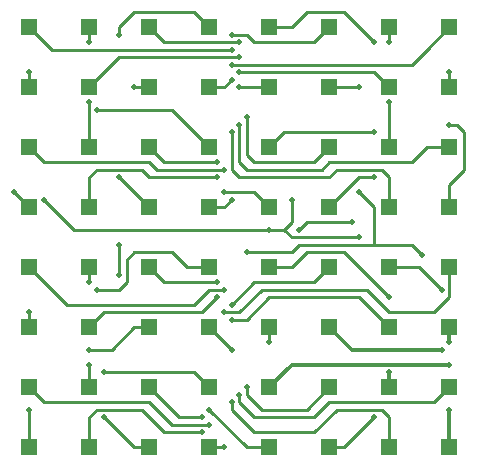
<source format=gbl>
G04 #@! TF.FileFunction,Copper,L2,Bot,Signal*
%FSLAX46Y46*%
G04 Gerber Fmt 4.6, Leading zero omitted, Abs format (unit mm)*
G04 Created by KiCad (PCBNEW (2015-11-29 BZR 6336)-product) date vrijdag 15 april 2016 20:54:22*
%MOMM*%
G01*
G04 APERTURE LIST*
%ADD10C,0.100000*%
%ADD11R,1.470000X1.470000*%
%ADD12C,0.508000*%
%ADD13C,0.254000*%
%ADD14C,0.304800*%
G04 APERTURE END LIST*
D10*
D11*
X134620000Y-83820000D03*
X139700000Y-83820000D03*
X144780000Y-83820000D03*
X149860000Y-83820000D03*
X154940000Y-83820000D03*
X160020000Y-83820000D03*
X165100000Y-83820000D03*
X170180000Y-83820000D03*
X134620000Y-88900000D03*
X139700000Y-88900000D03*
X144780000Y-88900000D03*
X149860000Y-88900000D03*
X154940000Y-88900000D03*
X160020000Y-88900000D03*
X165100000Y-88900000D03*
X170180000Y-88900000D03*
X134620000Y-93980000D03*
X139700000Y-93980000D03*
X144780000Y-93980000D03*
X149860000Y-93980000D03*
X154940000Y-93980000D03*
X160020000Y-93980000D03*
X165100000Y-93980000D03*
X170180000Y-93980000D03*
X134620000Y-99060000D03*
X139700000Y-99060000D03*
X144780000Y-99060000D03*
X149860000Y-99060000D03*
X154940000Y-99060000D03*
X160020000Y-99060000D03*
X165100000Y-99060000D03*
X170180000Y-99060000D03*
X134620000Y-104140000D03*
X139700000Y-104140000D03*
X144780000Y-104140000D03*
X149860000Y-104140000D03*
X154940000Y-104140000D03*
X160020000Y-104140000D03*
X165100000Y-104140000D03*
X170180000Y-104140000D03*
X134620000Y-109220000D03*
X139700000Y-109220000D03*
X144780000Y-109220000D03*
X149860000Y-109220000D03*
X154940000Y-109220000D03*
X160020000Y-109220000D03*
X165100000Y-109220000D03*
X170180000Y-109220000D03*
X134620000Y-114300000D03*
X139700000Y-114300000D03*
X144780000Y-114300000D03*
X149860000Y-114300000D03*
X154940000Y-114300000D03*
X160020000Y-114300000D03*
X165100000Y-114300000D03*
X170180000Y-114300000D03*
X134620000Y-119380000D03*
X139700000Y-119380000D03*
X144780000Y-119380000D03*
X149860000Y-119380000D03*
X154940000Y-119380000D03*
X160020000Y-119380000D03*
X165100000Y-119380000D03*
X170180000Y-119380000D03*
D12*
X151765000Y-85725000D03*
X139700000Y-85090000D03*
X152400000Y-85090000D03*
X142240000Y-84455000D03*
X163830000Y-85090000D03*
X151765000Y-84455000D03*
X165100000Y-85090000D03*
X151765000Y-86995000D03*
X134620000Y-87630000D03*
X152400000Y-86360000D03*
X143510000Y-88900000D03*
X151765000Y-88265000D03*
X152400000Y-88900000D03*
X162560000Y-88900000D03*
X152400000Y-87630000D03*
X170180000Y-87630000D03*
X151130000Y-95885000D03*
X139700000Y-90170000D03*
X150495000Y-95250000D03*
X140335000Y-90805000D03*
X163830000Y-92710000D03*
X153035000Y-91440000D03*
X165100000Y-90170000D03*
X152400000Y-92075000D03*
X133350000Y-97790000D03*
X150495000Y-96520000D03*
X142240000Y-96520000D03*
X151765000Y-98425000D03*
X151130000Y-97790000D03*
X163830000Y-96520000D03*
X151765000Y-92710000D03*
X170180000Y-92075000D03*
X151130000Y-106045000D03*
X139700000Y-105410000D03*
X150495000Y-105410000D03*
X140335000Y-106045000D03*
X165100000Y-106680000D03*
X151765000Y-107315000D03*
X169545000Y-106045000D03*
X151130000Y-107950000D03*
X134620000Y-107950000D03*
X150495000Y-106680000D03*
X139700000Y-111125000D03*
X151765000Y-111125000D03*
X154940000Y-110490000D03*
X169545000Y-111125000D03*
X151765000Y-108585000D03*
X170180000Y-110490000D03*
X149860000Y-117475000D03*
X139700000Y-112395000D03*
X149225000Y-116840000D03*
X140970000Y-113030000D03*
X170180000Y-112395000D03*
X153035000Y-114300000D03*
X165100000Y-113030000D03*
X152400000Y-114935000D03*
X134620000Y-116205000D03*
X149225000Y-118110000D03*
X140970000Y-116840000D03*
X151130000Y-119380000D03*
X149860000Y-116205000D03*
X163830000Y-116840000D03*
X151765000Y-115570000D03*
X170180000Y-116205000D03*
X162560000Y-101600000D03*
X154940000Y-100965000D03*
X135890000Y-98425000D03*
X156845000Y-98425000D03*
X162560000Y-97790000D03*
X167894000Y-103124000D03*
X153035000Y-102870000D03*
X142240000Y-102235000D03*
X142240000Y-104775000D03*
X157480000Y-100965000D03*
X161925000Y-100330000D03*
D13*
X136525000Y-85725000D02*
X151765000Y-85725000D01*
X134620000Y-83820000D02*
X136525000Y-85725000D01*
X139700000Y-83820000D02*
X139700000Y-85090000D01*
X146050000Y-85090000D02*
X152400000Y-85090000D01*
X144780000Y-83820000D02*
X146050000Y-85090000D01*
X142240000Y-83820000D02*
X142240000Y-84455000D01*
X143510000Y-82550000D02*
X142240000Y-83820000D01*
X148590000Y-82550000D02*
X143510000Y-82550000D01*
X149860000Y-83820000D02*
X148590000Y-82550000D01*
X158115000Y-82550000D02*
X161290000Y-82550000D01*
X161290000Y-82550000D02*
X163830000Y-85090000D01*
X156845000Y-83820000D02*
X158115000Y-82550000D01*
X154940000Y-83820000D02*
X156845000Y-83820000D01*
X151765000Y-84455000D02*
X153035000Y-84455000D01*
X153035000Y-84455000D02*
X153670000Y-85090000D01*
X158750000Y-85090000D02*
X153670000Y-85090000D01*
X160020000Y-83820000D02*
X158750000Y-85090000D01*
X165100000Y-83820000D02*
X165100000Y-85090000D01*
X151765000Y-86995000D02*
X167005000Y-86995000D01*
X167005000Y-86995000D02*
X168275000Y-85725000D01*
X168275000Y-85725000D02*
X170180000Y-83820000D01*
X134620000Y-88900000D02*
X134620000Y-87630000D01*
X142240000Y-86360000D02*
X152400000Y-86360000D01*
X139700000Y-88900000D02*
X142240000Y-86360000D01*
X144780000Y-88900000D02*
X143510000Y-88900000D01*
X149860000Y-88900000D02*
X151130000Y-88900000D01*
X151130000Y-88900000D02*
X151765000Y-88265000D01*
X154940000Y-88900000D02*
X152400000Y-88900000D01*
X160020000Y-88900000D02*
X162560000Y-88900000D01*
X152400000Y-87630000D02*
X163830000Y-87630000D01*
X163830000Y-87630000D02*
X165100000Y-88900000D01*
X170180000Y-88900000D02*
X170180000Y-87630000D01*
X134620000Y-93980000D02*
X135890000Y-95250000D01*
X145415000Y-95885000D02*
X149225000Y-95885000D01*
X135890000Y-95250000D02*
X144780000Y-95250000D01*
X144780000Y-95250000D02*
X145415000Y-95885000D01*
X149225000Y-95885000D02*
X151130000Y-95885000D01*
X139700000Y-93980000D02*
X139700000Y-90170000D01*
X149225000Y-95250000D02*
X150495000Y-95250000D01*
X146050000Y-95250000D02*
X149225000Y-95250000D01*
X144780000Y-93980000D02*
X146050000Y-95250000D01*
X149860000Y-93980000D02*
X146685000Y-90805000D01*
X146685000Y-90805000D02*
X140335000Y-90805000D01*
X154940000Y-93980000D02*
X156210000Y-92710000D01*
X156210000Y-92710000D02*
X163830000Y-92710000D01*
X153035000Y-91440000D02*
X153035000Y-92075000D01*
X153035000Y-93980000D02*
X153035000Y-92075000D01*
X153035000Y-94615000D02*
X153035000Y-93980000D01*
X153670000Y-95250000D02*
X153035000Y-94615000D01*
X155575000Y-95250000D02*
X153670000Y-95250000D01*
X158750000Y-95250000D02*
X155575000Y-95250000D01*
X160020000Y-93980000D02*
X158750000Y-95250000D01*
X165100000Y-93980000D02*
X165100000Y-90170000D01*
X153035000Y-95885000D02*
X159385000Y-95885000D01*
X167005000Y-95250000D02*
X160020000Y-95250000D01*
X160020000Y-95250000D02*
X159385000Y-95885000D01*
X168275000Y-93980000D02*
X167005000Y-95250000D01*
X170180000Y-93980000D02*
X168275000Y-93980000D01*
X152400000Y-92075000D02*
X152400000Y-95250000D01*
X152400000Y-95250000D02*
X153035000Y-95885000D01*
X134620000Y-99060000D02*
X133350000Y-97790000D01*
X144780000Y-96520000D02*
X150495000Y-96520000D01*
X140335000Y-95885000D02*
X144145000Y-95885000D01*
X144145000Y-95885000D02*
X144780000Y-96520000D01*
X139700000Y-96520000D02*
X140335000Y-95885000D01*
X139700000Y-99060000D02*
X139700000Y-96520000D01*
X144780000Y-99060000D02*
X142240000Y-96520000D01*
X151130000Y-99060000D02*
X151765000Y-98425000D01*
X149860000Y-99060000D02*
X151130000Y-99060000D01*
X154940000Y-99060000D02*
X153670000Y-97790000D01*
X151130000Y-97790000D02*
X153670000Y-97790000D01*
X162560000Y-96520000D02*
X163830000Y-96520000D01*
X160020000Y-99060000D02*
X162560000Y-96520000D01*
X160020000Y-96520000D02*
X152400000Y-96520000D01*
X160655000Y-95885000D02*
X160020000Y-96520000D01*
X164465000Y-95885000D02*
X160655000Y-95885000D01*
X165100000Y-96520000D02*
X164465000Y-95885000D01*
X165100000Y-99060000D02*
X165100000Y-96520000D01*
X151765000Y-95885000D02*
X151765000Y-93345000D01*
X151765000Y-93345000D02*
X151765000Y-92710000D01*
X152400000Y-96520000D02*
X151765000Y-95885000D01*
X170815000Y-92075000D02*
X170180000Y-92075000D01*
X171450000Y-92710000D02*
X170815000Y-92075000D01*
X171450000Y-95885000D02*
X171450000Y-92710000D01*
X170180000Y-97155000D02*
X171450000Y-95885000D01*
X170180000Y-99060000D02*
X170180000Y-97155000D01*
X134620000Y-104140000D02*
X137795000Y-107315000D01*
X137795000Y-107315000D02*
X148590000Y-107315000D01*
X148590000Y-107315000D02*
X149860000Y-106045000D01*
X149860000Y-106045000D02*
X151130000Y-106045000D01*
X139700000Y-104140000D02*
X139700000Y-105410000D01*
X146050000Y-105410000D02*
X150495000Y-105410000D01*
X144780000Y-104140000D02*
X146050000Y-105410000D01*
X142240000Y-106045000D02*
X140335000Y-106045000D01*
X142875000Y-105410000D02*
X142240000Y-106045000D01*
X143510000Y-102870000D02*
X142875000Y-103505000D01*
X142875000Y-103505000D02*
X142875000Y-105410000D01*
X146685000Y-102870000D02*
X143510000Y-102870000D01*
X147955000Y-104140000D02*
X146685000Y-102870000D01*
X149860000Y-104140000D02*
X147955000Y-104140000D01*
X161290000Y-102870000D02*
X165100000Y-106680000D01*
X158115000Y-102870000D02*
X161290000Y-102870000D01*
X156845000Y-104140000D02*
X158115000Y-102870000D01*
X154940000Y-104140000D02*
X156845000Y-104140000D01*
X153670000Y-105410000D02*
X151765000Y-107315000D01*
X158750000Y-105410000D02*
X153670000Y-105410000D01*
X160020000Y-104140000D02*
X158750000Y-105410000D01*
X165100000Y-104140000D02*
X167640000Y-104140000D01*
X167640000Y-104140000D02*
X169545000Y-106045000D01*
X170180000Y-106680000D02*
X168910000Y-107950000D01*
X168910000Y-107950000D02*
X165100000Y-107950000D01*
X170180000Y-104140000D02*
X170180000Y-106680000D01*
X165100000Y-107950000D02*
X163195000Y-106045000D01*
X163195000Y-106045000D02*
X154305000Y-106045000D01*
X152400000Y-107950000D02*
X151130000Y-107950000D01*
X154305000Y-106045000D02*
X152400000Y-107950000D01*
X134620000Y-109220000D02*
X134620000Y-107950000D01*
X139700000Y-109220000D02*
X140970000Y-107950000D01*
X140970000Y-107950000D02*
X149225000Y-107950000D01*
X149225000Y-107950000D02*
X150495000Y-106680000D01*
X143510000Y-109220000D02*
X141605000Y-111125000D01*
X141605000Y-111125000D02*
X139700000Y-111125000D01*
X144780000Y-109220000D02*
X143510000Y-109220000D01*
X149860000Y-109220000D02*
X151765000Y-111125000D01*
X154940000Y-109220000D02*
X154940000Y-110490000D01*
D14*
X161925000Y-111125000D02*
X169545000Y-111125000D01*
X160020000Y-109220000D02*
X161925000Y-111125000D01*
D13*
X153035000Y-108585000D02*
X151765000Y-108585000D01*
X154940000Y-106680000D02*
X153035000Y-108585000D01*
X162560000Y-106680000D02*
X154940000Y-106680000D01*
X165100000Y-109220000D02*
X162560000Y-106680000D01*
D14*
X170180000Y-109220000D02*
X170180000Y-110490000D01*
D13*
X134620000Y-114300000D02*
X135890000Y-115570000D01*
X146685000Y-117475000D02*
X149860000Y-117475000D01*
X135890000Y-115570000D02*
X144780000Y-115570000D01*
X144780000Y-115570000D02*
X146685000Y-117475000D01*
X139700000Y-114300000D02*
X139700000Y-112395000D01*
X149225000Y-116840000D02*
X147320000Y-116840000D01*
X147320000Y-116840000D02*
X146050000Y-115570000D01*
X144780000Y-114300000D02*
X146050000Y-115570000D01*
X148590000Y-113030000D02*
X140970000Y-113030000D01*
X149860000Y-114300000D02*
X148590000Y-113030000D01*
D14*
X154940000Y-114300000D02*
X156845000Y-112395000D01*
X156845000Y-112395000D02*
X170180000Y-112395000D01*
D13*
X153035000Y-114935000D02*
X153035000Y-114300000D01*
X154305000Y-116205000D02*
X153035000Y-114935000D01*
X158115000Y-116205000D02*
X154305000Y-116205000D01*
X160020000Y-114300000D02*
X158115000Y-116205000D01*
D14*
X165100000Y-114300000D02*
X165100000Y-113030000D01*
D13*
X158750000Y-116840000D02*
X153670000Y-116840000D01*
X160020000Y-115570000D02*
X158750000Y-116840000D01*
X168910000Y-115570000D02*
X160020000Y-115570000D01*
X170180000Y-114300000D02*
X168910000Y-115570000D01*
X152400000Y-115570000D02*
X152400000Y-114935000D01*
X153670000Y-116840000D02*
X152400000Y-115570000D01*
X134620000Y-119380000D02*
X134620000Y-116205000D01*
X140335000Y-116205000D02*
X139700000Y-116840000D01*
X139700000Y-116840000D02*
X139700000Y-119380000D01*
X144145000Y-116205000D02*
X140335000Y-116205000D01*
X146050000Y-118110000D02*
X149225000Y-118110000D01*
X146050000Y-118110000D02*
X144145000Y-116205000D01*
X144780000Y-119380000D02*
X143510000Y-119380000D01*
X143510000Y-119380000D02*
X140970000Y-116840000D01*
X149860000Y-119380000D02*
X151130000Y-119380000D01*
X153035000Y-119380000D02*
X149860000Y-116205000D01*
X153670000Y-119380000D02*
X153035000Y-119380000D01*
X154940000Y-119380000D02*
X153670000Y-119380000D01*
X160020000Y-119380000D02*
X161290000Y-119380000D01*
X161290000Y-119380000D02*
X163830000Y-116840000D01*
X158750000Y-118110000D02*
X153670000Y-118110000D01*
X164465000Y-116205000D02*
X160655000Y-116205000D01*
X160655000Y-116205000D02*
X158750000Y-118110000D01*
X165100000Y-116840000D02*
X164465000Y-116205000D01*
X165100000Y-119380000D02*
X165100000Y-116840000D01*
X151765000Y-115570000D02*
X151765000Y-116205000D01*
X153670000Y-118110000D02*
X151765000Y-116205000D01*
D14*
X170180000Y-119380000D02*
X170180000Y-116205000D01*
D13*
X156845000Y-98425000D02*
X156845000Y-100330000D01*
X156210000Y-100965000D02*
X156845000Y-100330000D01*
X156845000Y-101600000D02*
X156210000Y-100965000D01*
X156210000Y-100965000D02*
X154940000Y-100965000D01*
X162560000Y-101600000D02*
X156845000Y-101600000D01*
X135890000Y-98425000D02*
X138430000Y-100965000D01*
X138430000Y-100965000D02*
X154940000Y-100965000D01*
X163830000Y-102235000D02*
X167005000Y-102235000D01*
X162560000Y-102235000D02*
X163830000Y-102235000D01*
X163830000Y-102235000D02*
X163830000Y-99060000D01*
X163830000Y-99060000D02*
X162560000Y-97790000D01*
X157480000Y-102235000D02*
X167005000Y-102235000D01*
X153035000Y-102870000D02*
X156845000Y-102870000D01*
X156845000Y-102870000D02*
X157480000Y-102235000D01*
X167005000Y-102235000D02*
X167894000Y-103124000D01*
X142240000Y-102235000D02*
X142240000Y-104775000D01*
X161925000Y-100330000D02*
X158115000Y-100330000D01*
X158115000Y-100330000D02*
X157480000Y-100965000D01*
M02*

</source>
